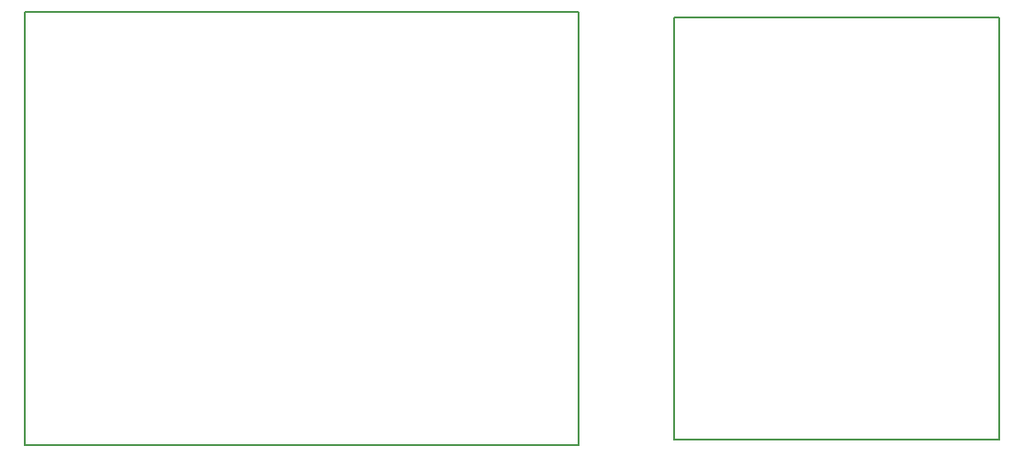
<source format=gko>
G04 EAGLE Gerber RS-274X export*
G75*
%MOMM*%
%FSLAX34Y34*%
%LPD*%
%INKeepout Layer*%
%IPPOS*%
%AMOC8*
5,1,8,0,0,1.08239X$1,22.5*%
G01*
%ADD10C,0.152400*%


D10*
X38000Y446000D02*
X548000Y446000D01*
X548000Y46000D01*
X38000Y46000D01*
X38000Y446000D01*
X636000Y51000D02*
X936000Y51000D01*
X636000Y51000D02*
X636000Y441000D01*
X936000Y441000D01*
X936000Y51000D01*
M02*

</source>
